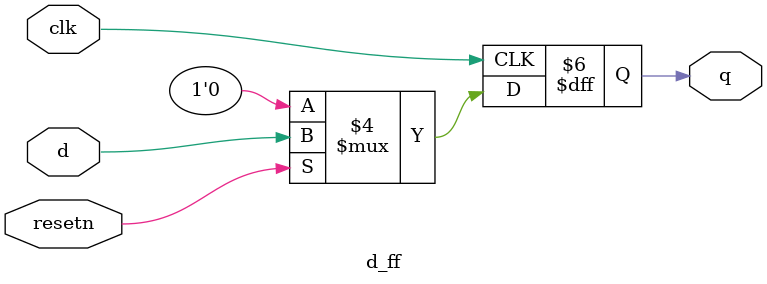
<source format=v>
module d_ff (clk, resetn, q, d);

  input clk;
  input resetn;
  input d;
  output q;

  reg q;

  always @ (posedge clk)
    if (! resetn)
      q <= 0;
    else
      q <= d;

endmodule
</source>
